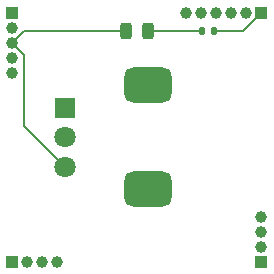
<source format=gtl>
%TF.GenerationSoftware,KiCad,Pcbnew,9.0.5-1.fc42*%
%TF.CreationDate,2025-12-03T05:54:04+01:00*%
%TF.ProjectId,Block-PotentiometerLinear,426c6f63-6b2d-4506-9f74-656e74696f6d,1*%
%TF.SameCoordinates,Original*%
%TF.FileFunction,Copper,L1,Top*%
%TF.FilePolarity,Positive*%
%FSLAX46Y46*%
G04 Gerber Fmt 4.6, Leading zero omitted, Abs format (unit mm)*
G04 Created by KiCad (PCBNEW 9.0.5-1.fc42) date 2025-12-03 05:54:04*
%MOMM*%
%LPD*%
G01*
G04 APERTURE LIST*
G04 Aperture macros list*
%AMRoundRect*
0 Rectangle with rounded corners*
0 $1 Rounding radius*
0 $2 $3 $4 $5 $6 $7 $8 $9 X,Y pos of 4 corners*
0 Add a 4 corners polygon primitive as box body*
4,1,4,$2,$3,$4,$5,$6,$7,$8,$9,$2,$3,0*
0 Add four circle primitives for the rounded corners*
1,1,$1+$1,$2,$3*
1,1,$1+$1,$4,$5*
1,1,$1+$1,$6,$7*
1,1,$1+$1,$8,$9*
0 Add four rect primitives between the rounded corners*
20,1,$1+$1,$2,$3,$4,$5,0*
20,1,$1+$1,$4,$5,$6,$7,0*
20,1,$1+$1,$6,$7,$8,$9,0*
20,1,$1+$1,$8,$9,$2,$3,0*%
G04 Aperture macros list end*
%TA.AperFunction,SMDPad,CuDef*%
%ADD10RoundRect,0.243750X-0.243750X-0.456250X0.243750X-0.456250X0.243750X0.456250X-0.243750X0.456250X0*%
%TD*%
%TA.AperFunction,ComponentPad*%
%ADD11R,1.800000X1.800000*%
%TD*%
%TA.AperFunction,ComponentPad*%
%ADD12C,1.800000*%
%TD*%
%TA.AperFunction,ComponentPad*%
%ADD13RoundRect,0.750000X-1.250000X-0.750000X1.250000X-0.750000X1.250000X0.750000X-1.250000X0.750000X0*%
%TD*%
%TA.AperFunction,SMDPad,CuDef*%
%ADD14RoundRect,0.135000X0.135000X0.185000X-0.135000X0.185000X-0.135000X-0.185000X0.135000X-0.185000X0*%
%TD*%
%TA.AperFunction,ComponentPad*%
%ADD15R,1.000000X1.000000*%
%TD*%
%TA.AperFunction,ComponentPad*%
%ADD16C,1.000000*%
%TD*%
%TA.AperFunction,Conductor*%
%ADD17C,0.200000*%
%TD*%
G04 APERTURE END LIST*
D10*
%TO.P,D1,1,K*%
%TO.N,GND*%
X138127500Y-104698800D03*
%TO.P,D1,2,A*%
%TO.N,Net-(D1-A)*%
X140002500Y-104698800D03*
%TD*%
D11*
%TO.P,RV1,1,1*%
%TO.N,Net-(R1-Pad2)*%
X133015000Y-111165000D03*
D12*
%TO.P,RV1,2,2*%
%TO.N,/A0*%
X133015000Y-113665000D03*
%TO.P,RV1,3,3*%
%TO.N,GND*%
X133015000Y-116165000D03*
D13*
%TO.P,RV1,MP*%
%TO.N,N/C*%
X140015000Y-109265000D03*
X140015000Y-118065000D03*
%TD*%
D14*
%TO.P,R2,1*%
%TO.N,/LED*%
X145571400Y-104698800D03*
%TO.P,R2,2*%
%TO.N,Net-(D1-A)*%
X144551400Y-104698800D03*
%TD*%
D15*
%TO.P,J4,1,Pin_1*%
%TO.N,/Typ0*%
X128525000Y-124205000D03*
D16*
%TO.P,J4,2,Pin_2*%
%TO.N,/Typ1*%
X129795000Y-124205000D03*
%TO.P,J4,3,Pin_3*%
%TO.N,/Typ2*%
X131065000Y-124205000D03*
%TO.P,J4,4,Pin_4*%
%TO.N,/Typ3*%
X132335000Y-124205000D03*
%TD*%
D15*
%TO.P,J2,1,Pin_1*%
%TO.N,/Addr0*%
X149605000Y-124205000D03*
D16*
%TO.P,J2,2,Pin_2*%
%TO.N,/Addr1*%
X149605000Y-122935000D03*
%TO.P,J2,3,Pin_3*%
%TO.N,/Addr2*%
X149605000Y-121665000D03*
%TO.P,J2,4,Pin_4*%
%TO.N,/Addr3*%
X149605000Y-120395000D03*
%TD*%
D15*
%TO.P,J1,1,Pin_1*%
%TO.N,/+3.3V Digital*%
X128525000Y-103125000D03*
D16*
%TO.P,J1,2,Pin_2*%
%TO.N,/AREF*%
X128525000Y-104395000D03*
%TO.P,J1,3,Pin_3*%
%TO.N,GND*%
X128525000Y-105665000D03*
%TO.P,J1,4,Pin_4*%
%TO.N,/SlotBus.Data*%
X128525000Y-106935000D03*
%TO.P,J1,5,Pin_5*%
%TO.N,/SlotBus.Clock*%
X128525000Y-108205000D03*
%TD*%
D15*
%TO.P,J3,1,Pin_1*%
%TO.N,/LED*%
X149605000Y-103125000D03*
D16*
%TO.P,J3,2,Pin_2*%
%TO.N,/C*%
X148335000Y-103125000D03*
%TO.P,J3,3,Pin_3*%
%TO.N,/B*%
X147065000Y-103125000D03*
%TO.P,J3,4,Pin_4*%
%TO.N,/A*%
X145795000Y-103125000D03*
%TO.P,J3,5,Pin_5*%
%TO.N,/A1*%
X144525000Y-103125000D03*
%TO.P,J3,6,Pin_6*%
%TO.N,/A0*%
X143255000Y-103125000D03*
%TD*%
D17*
%TO.N,GND*%
X129540000Y-112690000D02*
X129540000Y-106680000D01*
X133015000Y-116165000D02*
X129540000Y-112690000D01*
X129491200Y-104698800D02*
X128525000Y-105665000D01*
X138127500Y-104698800D02*
X129491200Y-104698800D01*
X129540000Y-106680000D02*
X128525000Y-105665000D01*
%TO.N,Net-(D1-A)*%
X140002500Y-104698800D02*
X144551400Y-104698800D01*
%TO.N,/LED*%
X145571400Y-104698800D02*
X148031200Y-104698800D01*
X148031200Y-104698800D02*
X149605000Y-103125000D01*
%TD*%
M02*

</source>
